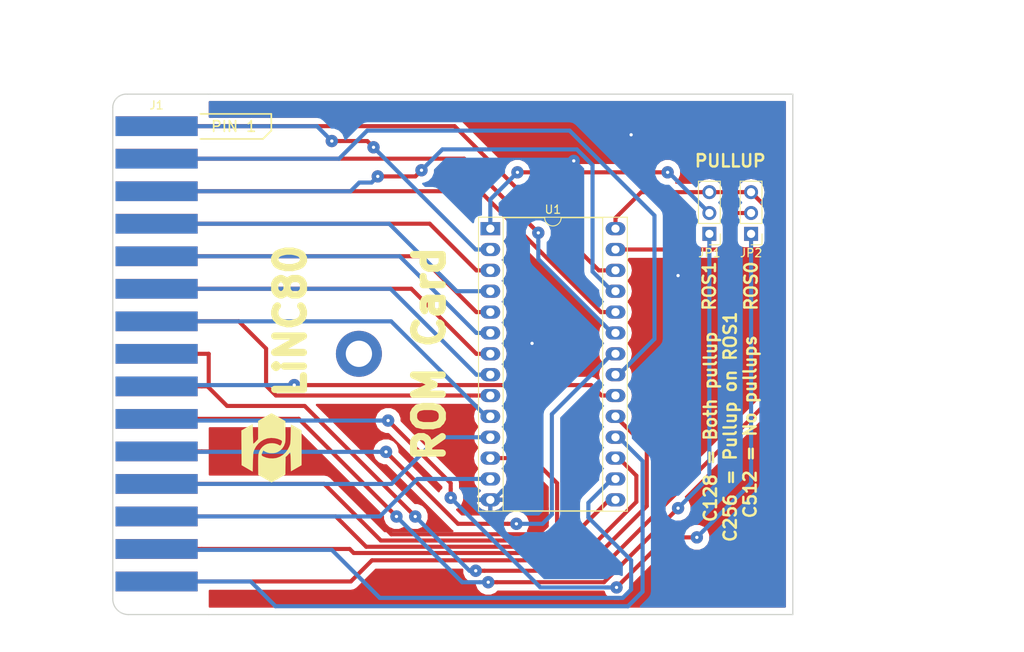
<source format=kicad_pcb>
(kicad_pcb (version 4) (host pcbnew 4.0.7)

  (general
    (links 33)
    (no_connects 0)
    (area 109.720001 46.922 238.45 127.760001)
    (thickness 1.6)
    (drawings 26)
    (tracks 241)
    (zones 0)
    (modules 6)
    (nets 32)
  )

  (page A4)
  (title_block
    (title "LiNC80 ROM Card")
    (date 2018-08-18)
    (rev 3)
    (company LiNC)
  )

  (layers
    (0 F.Cu signal)
    (31 B.Cu signal)
    (32 B.Adhes user)
    (33 F.Adhes user)
    (34 B.Paste user)
    (35 F.Paste user)
    (36 B.SilkS user)
    (37 F.SilkS user)
    (38 B.Mask user)
    (39 F.Mask user)
    (40 Dwgs.User user)
    (41 Cmts.User user)
    (42 Eco1.User user)
    (43 Eco2.User user)
    (44 Edge.Cuts user)
    (45 Margin user)
    (46 B.CrtYd user)
    (47 F.CrtYd user)
    (48 B.Fab user)
    (49 F.Fab user)
  )

  (setup
    (last_trace_width 0.5)
    (trace_clearance 0.2)
    (zone_clearance 0.762)
    (zone_45_only no)
    (trace_min 0.2)
    (segment_width 0.2)
    (edge_width 0.15)
    (via_size 1.5)
    (via_drill 0.4)
    (via_min_size 1.5)
    (via_min_drill 0.3)
    (uvia_size 0.3)
    (uvia_drill 0.1)
    (uvias_allowed no)
    (uvia_min_size 0.2)
    (uvia_min_drill 0.1)
    (pcb_text_width 0.3)
    (pcb_text_size 1.5 1.5)
    (mod_edge_width 0.15)
    (mod_text_size 1 1)
    (mod_text_width 0.15)
    (pad_size 2.4 1.6)
    (pad_drill 1)
    (pad_to_mask_clearance 0.2)
    (aux_axis_origin 123.65 121.25)
    (grid_origin 123.65 121.25)
    (visible_elements 7FFFFFFF)
    (pcbplotparams
      (layerselection 0x010f0_80000001)
      (usegerberextensions false)
      (excludeedgelayer true)
      (linewidth 0.100000)
      (plotframeref false)
      (viasonmask false)
      (mode 1)
      (useauxorigin true)
      (hpglpennumber 1)
      (hpglpenspeed 20)
      (hpglpendiameter 15)
      (hpglpenoverlay 2)
      (psnegative false)
      (psa4output false)
      (plotreference true)
      (plotvalue true)
      (plotinvisibletext false)
      (padsonsilk false)
      (subtractmaskfromsilk false)
      (outputformat 1)
      (mirror false)
      (drillshape 0)
      (scaleselection 1)
      (outputdirectory Gerbers/))
  )

  (net 0 "")
  (net 1 "Net-(J1-Pad16)")
  (net 2 A13)
  (net 3 A11)
  (net 4 A9)
  (net 5 A7)
  (net 6 A5)
  (net 7 A3)
  (net 8 A1)
  (net 9 VCC)
  (net 10 ROS1)
  (net 11 GND)
  (net 12 D1)
  (net 13 D3)
  (net 14 D5)
  (net 15 D7)
  (net 16 A12)
  (net 17 A10)
  (net 18 A8)
  (net 19 A6)
  (net 20 A4)
  (net 21 A2)
  (net 22 A0)
  (net 23 ~CS_ROM)
  (net 24 ROS0)
  (net 25 ~MEMRD)
  (net 26 D0)
  (net 27 D2)
  (net 28 D4)
  (net 29 D6)
  (net 30 "Net-(JP1-Pad2)")
  (net 31 "Net-(JP2-Pad2)")

  (net_class Default "This is the default net class."
    (clearance 0.2)
    (trace_width 0.5)
    (via_dia 1.5)
    (via_drill 0.4)
    (uvia_dia 0.3)
    (uvia_drill 0.1)
    (add_net A0)
    (add_net A1)
    (add_net A10)
    (add_net A11)
    (add_net A12)
    (add_net A13)
    (add_net A2)
    (add_net A3)
    (add_net A4)
    (add_net A5)
    (add_net A6)
    (add_net A7)
    (add_net A8)
    (add_net A9)
    (add_net D0)
    (add_net D1)
    (add_net D2)
    (add_net D3)
    (add_net D4)
    (add_net D5)
    (add_net D6)
    (add_net D7)
    (add_net GND)
    (add_net "Net-(J1-Pad16)")
    (add_net "Net-(JP1-Pad2)")
    (add_net "Net-(JP2-Pad2)")
    (add_net ROS0)
    (add_net ROS1)
    (add_net VCC)
    (add_net ~CS_ROM)
    (add_net ~MEMRD)
  )

  (module Housings_DIP:DIP-28_W15.24mm_Socket_LongPads (layer F.Cu) (tedit 5A36A2C6) (tstamp 5A0C503F)
    (at 169.64 74.26)
    (descr "28-lead though-hole mounted DIP package, row spacing 15.24 mm (600 mils), Socket, LongPads")
    (tags "THT DIP DIL PDIP 2.54mm 15.24mm 600mil Socket LongPads")
    (path /5A0C49EF)
    (fp_text reference U1 (at 7.62 -2.33) (layer F.SilkS)
      (effects (font (size 1 1) (thickness 0.15)))
    )
    (fp_text value 27C512 (at 7.62 35.35) (layer F.Fab)
      (effects (font (size 1 1) (thickness 0.15)))
    )
    (fp_arc (start 7.62 -1.33) (end 6.62 -1.33) (angle -180) (layer F.SilkS) (width 0.12))
    (fp_line (start 1.255 -1.27) (end 14.985 -1.27) (layer F.Fab) (width 0.1))
    (fp_line (start 14.985 -1.27) (end 14.985 34.29) (layer F.Fab) (width 0.1))
    (fp_line (start 14.985 34.29) (end 0.255 34.29) (layer F.Fab) (width 0.1))
    (fp_line (start 0.255 34.29) (end 0.255 -0.27) (layer F.Fab) (width 0.1))
    (fp_line (start 0.255 -0.27) (end 1.255 -1.27) (layer F.Fab) (width 0.1))
    (fp_line (start -1.27 -1.33) (end -1.27 34.35) (layer F.Fab) (width 0.1))
    (fp_line (start -1.27 34.35) (end 16.51 34.35) (layer F.Fab) (width 0.1))
    (fp_line (start 16.51 34.35) (end 16.51 -1.33) (layer F.Fab) (width 0.1))
    (fp_line (start 16.51 -1.33) (end -1.27 -1.33) (layer F.Fab) (width 0.1))
    (fp_line (start 6.62 -1.33) (end 1.56 -1.33) (layer F.SilkS) (width 0.12))
    (fp_line (start 1.56 -1.33) (end 1.56 34.35) (layer F.SilkS) (width 0.12))
    (fp_line (start 1.56 34.35) (end 13.68 34.35) (layer F.SilkS) (width 0.12))
    (fp_line (start 13.68 34.35) (end 13.68 -1.33) (layer F.SilkS) (width 0.12))
    (fp_line (start 13.68 -1.33) (end 8.62 -1.33) (layer F.SilkS) (width 0.12))
    (fp_line (start -1.44 -1.39) (end -1.44 34.41) (layer F.SilkS) (width 0.12))
    (fp_line (start -1.44 34.41) (end 16.68 34.41) (layer F.SilkS) (width 0.12))
    (fp_line (start 16.68 34.41) (end 16.68 -1.39) (layer F.SilkS) (width 0.12))
    (fp_line (start 16.68 -1.39) (end -1.44 -1.39) (layer F.SilkS) (width 0.12))
    (fp_line (start -1.55 -1.6) (end -1.55 34.65) (layer F.CrtYd) (width 0.05))
    (fp_line (start -1.55 34.65) (end 16.8 34.65) (layer F.CrtYd) (width 0.05))
    (fp_line (start 16.8 34.65) (end 16.8 -1.6) (layer F.CrtYd) (width 0.05))
    (fp_line (start 16.8 -1.6) (end -1.55 -1.6) (layer F.CrtYd) (width 0.05))
    (fp_text user %R (at 7.62 16.51) (layer F.Fab)
      (effects (font (size 1 1) (thickness 0.15)))
    )
    (pad 1 thru_hole rect (at 0 0) (size 2.4 1.6) (drill 1) (layers *.Cu *.Mask)
      (net 30 "Net-(JP1-Pad2)"))
    (pad 15 thru_hole oval (at 15.24 33.02) (size 2.4 1.6) (drill 1) (layers *.Cu *.Mask)
      (net 13 D3))
    (pad 2 thru_hole oval (at 0 2.54) (size 2.4 1.6) (drill 1) (layers *.Cu *.Mask)
      (net 16 A12))
    (pad 16 thru_hole oval (at 15.24 30.48) (size 2.4 1.6) (drill 1) (layers *.Cu *.Mask)
      (net 28 D4))
    (pad 3 thru_hole oval (at 0 5.08) (size 2.4 1.6) (drill 1) (layers *.Cu *.Mask)
      (net 5 A7))
    (pad 17 thru_hole oval (at 15.24 27.94) (size 2.4 1.6) (drill 1) (layers *.Cu *.Mask)
      (net 14 D5))
    (pad 4 thru_hole oval (at 0 7.62) (size 2.4 1.6) (drill 1) (layers *.Cu *.Mask)
      (net 19 A6))
    (pad 18 thru_hole oval (at 15.24 25.4) (size 2.4 1.6) (drill 1) (layers *.Cu *.Mask)
      (net 29 D6))
    (pad 5 thru_hole oval (at 0 10.16) (size 2.4 1.6) (drill 1) (layers *.Cu *.Mask)
      (net 6 A5))
    (pad 19 thru_hole oval (at 15.24 22.86) (size 2.4 1.6) (drill 1) (layers *.Cu *.Mask)
      (net 15 D7))
    (pad 6 thru_hole oval (at 0 12.7) (size 2.4 1.6) (drill 1) (layers *.Cu *.Mask)
      (net 20 A4))
    (pad 20 thru_hole oval (at 15.24 20.32) (size 2.4 1.6) (drill 1) (layers *.Cu *.Mask)
      (net 23 ~CS_ROM))
    (pad 7 thru_hole oval (at 0 15.24) (size 2.4 1.6) (drill 1) (layers *.Cu *.Mask)
      (net 7 A3))
    (pad 21 thru_hole oval (at 15.24 17.78) (size 2.4 1.6) (drill 1) (layers *.Cu *.Mask)
      (net 17 A10))
    (pad 8 thru_hole oval (at 0 17.78) (size 2.4 1.6) (drill 1) (layers *.Cu *.Mask)
      (net 21 A2))
    (pad 22 thru_hole oval (at 15.24 15.24) (size 2.4 1.6) (drill 1) (layers *.Cu *.Mask)
      (net 25 ~MEMRD))
    (pad 9 thru_hole oval (at 0 20.32) (size 2.4 1.6) (drill 1) (layers *.Cu *.Mask)
      (net 8 A1))
    (pad 23 thru_hole oval (at 15.24 12.7) (size 2.4 1.6) (drill 1) (layers *.Cu *.Mask)
      (net 3 A11))
    (pad 10 thru_hole oval (at 0 22.86) (size 2.4 1.6) (drill 1) (layers *.Cu *.Mask)
      (net 22 A0))
    (pad 24 thru_hole oval (at 15.24 10.16) (size 2.4 1.6) (drill 1) (layers *.Cu *.Mask)
      (net 4 A9))
    (pad 11 thru_hole oval (at 0 25.4) (size 2.4 1.6) (drill 1) (layers *.Cu *.Mask)
      (net 26 D0))
    (pad 25 thru_hole oval (at 15.24 7.62) (size 2.4 1.6) (drill 1) (layers *.Cu *.Mask)
      (net 18 A8))
    (pad 12 thru_hole oval (at 0 27.94) (size 2.4 1.6) (drill 1) (layers *.Cu *.Mask)
      (net 12 D1))
    (pad 26 thru_hole oval (at 15.24 5.08) (size 2.4 1.6) (drill 1) (layers *.Cu *.Mask)
      (net 2 A13))
    (pad 13 thru_hole oval (at 0 30.48) (size 2.4 1.6) (drill 1) (layers *.Cu *.Mask)
      (net 27 D2))
    (pad 27 thru_hole oval (at 15.24 2.54) (size 2.4 1.6) (drill 1) (layers *.Cu *.Mask)
      (net 31 "Net-(JP2-Pad2)"))
    (pad 14 thru_hole oval (at 0 33.02) (size 2.4 1.6) (drill 1) (layers *.Cu *.Mask)
      (net 11 GND))
    (pad 28 thru_hole oval (at 15.24 0) (size 2.4 1.6) (drill 1) (layers *.Cu *.Mask)
      (net 9 VCC))
    (model ${KISYS3DMOD}/Housings_DIP.3dshapes/DIP-28_W15.24mm_Socket.wrl
      (at (xyz 0 0 0))
      (scale (xyz 1 1 1))
      (rotate (xyz 0 0 0))
    )
  )

  (module L_CardEdge-30pin-3:CardEdge-30pin-3.96p_OddEven (layer F.Cu) (tedit 5B5492FB) (tstamp 5A0C472F)
    (at 133.14 89.502)
    (path /5A0C44DB)
    (fp_text reference J1 (at -4.14 -30.27) (layer F.SilkS)
      (effects (font (size 1 1) (thickness 0.15)))
    )
    (fp_text value Conn_02x15_Odd_Even (at -10.25 0 90) (layer F.Fab)
      (effects (font (size 1 1) (thickness 0.15)))
    )
    (fp_text user "PIN 1" (at 5.258 -27.688) (layer F.SilkS)
      (effects (font (size 1.3 1.3) (thickness 0.2)))
    )
    (fp_text user 1 (at 0.305 -30.482) (layer F.SilkS) hide
      (effects (font (size 1 1) (thickness 0.15)))
    )
    (fp_arc (start -7.5 29.75) (end -7.5 31.75) (angle 90) (layer F.Fab) (width 0.15))
    (fp_arc (start -7.5 -29.75) (end -9.5 -29.75) (angle 89.9) (layer F.Fab) (width 0.15))
    (fp_line (start -7.5 31.75) (end 1.5 31.75) (layer F.Fab) (width 0.15))
    (fp_line (start -9.5 0) (end -9.5 29.75) (layer F.Fab) (width 0.15))
    (fp_line (start -7.5 -31.75) (end 1.5 -31.75) (layer F.Fab) (width 0.15))
    (fp_line (start -9.5 0) (end -9.5 -29.75) (layer F.Fab) (width 0.15))
    (pad 1 smd rect (at -4.14 -27.722) (size 10 2.4) (layers F.Cu F.Paste F.Mask)
      (net 2 A13))
    (pad 3 smd rect (at -4.14 -23.762) (size 10 2.4) (layers F.Cu F.Paste F.Mask)
      (net 3 A11))
    (pad 5 smd rect (at -4.14 -19.802) (size 10 2.4) (layers F.Cu F.Paste F.Mask)
      (net 4 A9))
    (pad 7 smd rect (at -4.14 -15.842) (size 10 2.4) (layers F.Cu F.Paste F.Mask)
      (net 5 A7))
    (pad 9 smd rect (at -4.14 -11.882) (size 10 2.4) (layers F.Cu F.Paste F.Mask)
      (net 6 A5))
    (pad 11 smd rect (at -4.14 -7.922) (size 10 2.4) (layers F.Cu F.Paste F.Mask)
      (net 7 A3))
    (pad 13 smd rect (at -4.14 -3.962) (size 10 2.4) (layers F.Cu F.Paste F.Mask)
      (net 8 A1))
    (pad 15 smd rect (at -4.14 -0.002) (size 10 2.4) (layers F.Cu F.Paste F.Mask)
      (net 9 VCC))
    (pad 17 smd rect (at -4.14 3.958) (size 10 2.4) (layers F.Cu F.Paste F.Mask)
      (net 9 VCC))
    (pad 19 smd rect (at -4.14 7.918) (size 10 2.4) (layers F.Cu F.Paste F.Mask)
      (net 10 ROS1))
    (pad 21 smd rect (at -4.14 11.878) (size 10 2.4) (layers F.Cu F.Paste F.Mask)
      (net 11 GND))
    (pad 23 smd rect (at -4.14 15.838) (size 10 2.4) (layers F.Cu F.Paste F.Mask)
      (net 12 D1))
    (pad 25 smd rect (at -4.14 19.798) (size 10 2.4) (layers F.Cu F.Paste F.Mask)
      (net 13 D3))
    (pad 27 smd rect (at -4.14 23.758) (size 10 2.4) (layers F.Cu F.Paste F.Mask)
      (net 14 D5))
    (pad 29 smd rect (at -4.14 27.718) (size 10 2.4) (layers F.Cu F.Paste F.Mask)
      (net 15 D7))
    (pad 2 smd rect (at -4.138762 -27.716658 180) (size 10 2.4) (layers B.Cu B.Paste B.Mask)
      (net 16 A12))
    (pad 4 smd rect (at -4.138762 -23.756658 180) (size 10 2.4) (layers B.Cu B.Paste B.Mask)
      (net 17 A10))
    (pad 6 smd rect (at -4.138762 -19.796658 180) (size 10 2.4) (layers B.Cu B.Paste B.Mask)
      (net 18 A8))
    (pad 8 smd rect (at -4.138762 -15.836658 180) (size 10 2.4) (layers B.Cu B.Paste B.Mask)
      (net 19 A6))
    (pad 10 smd rect (at -4.138762 -11.876658 180) (size 10 2.4) (layers B.Cu B.Paste B.Mask)
      (net 20 A4))
    (pad 12 smd rect (at -4.138762 -7.916658 180) (size 10 2.4) (layers B.Cu B.Paste B.Mask)
      (net 21 A2))
    (pad 14 smd rect (at -4.138762 -3.956658 180) (size 10 2.4) (layers B.Cu B.Paste B.Mask)
      (net 22 A0))
    (pad 16 smd rect (at -4.138762 0.003342 180) (size 10 2.4) (layers B.Cu B.Paste B.Mask)
      (net 1 "Net-(J1-Pad16)"))
    (pad 18 smd rect (at -4.138762 3.963342 180) (size 10 2.4) (layers B.Cu B.Paste B.Mask)
      (net 23 ~CS_ROM))
    (pad 20 smd rect (at -4.138762 7.923342 180) (size 10 2.4) (layers B.Cu B.Paste B.Mask)
      (net 24 ROS0))
    (pad 22 smd rect (at -4.138762 11.883342 180) (size 10 2.4) (layers B.Cu B.Paste B.Mask)
      (net 25 ~MEMRD))
    (pad 24 smd rect (at -4.138762 15.843342 180) (size 10 2.4) (layers B.Cu B.Paste B.Mask)
      (net 26 D0))
    (pad 26 smd rect (at -4.138762 19.803342 180) (size 10 2.4) (layers B.Cu B.Paste B.Mask)
      (net 27 D2))
    (pad 28 smd rect (at -4.138762 23.763342 180) (size 10 2.4) (layers B.Cu B.Paste B.Mask)
      (net 28 D4))
    (pad 30 smd rect (at -4.138762 27.723342 180) (size 10 2.4) (layers B.Cu B.Paste B.Mask)
      (net 29 D6))
  )

  (module Pin_Headers:Pin_Header_Straight_1x03_Pitch2.54mm (layer F.Cu) (tedit 59650532) (tstamp 5A0C57C6)
    (at 196.31 74.895 180)
    (descr "Through hole straight pin header, 1x03, 2.54mm pitch, single row")
    (tags "Through hole pin header THT 1x03 2.54mm single row")
    (path /5A0C5800)
    (fp_text reference JP1 (at 0 -2.33 180) (layer F.SilkS)
      (effects (font (size 1 1) (thickness 0.15)))
    )
    (fp_text value Jumper_NC_Dual (at 0 7.41 180) (layer F.Fab)
      (effects (font (size 1 1) (thickness 0.15)))
    )
    (fp_line (start -0.635 -1.27) (end 1.27 -1.27) (layer F.Fab) (width 0.1))
    (fp_line (start 1.27 -1.27) (end 1.27 6.35) (layer F.Fab) (width 0.1))
    (fp_line (start 1.27 6.35) (end -1.27 6.35) (layer F.Fab) (width 0.1))
    (fp_line (start -1.27 6.35) (end -1.27 -0.635) (layer F.Fab) (width 0.1))
    (fp_line (start -1.27 -0.635) (end -0.635 -1.27) (layer F.Fab) (width 0.1))
    (fp_line (start -1.33 6.41) (end 1.33 6.41) (layer F.SilkS) (width 0.12))
    (fp_line (start -1.33 1.27) (end -1.33 6.41) (layer F.SilkS) (width 0.12))
    (fp_line (start 1.33 1.27) (end 1.33 6.41) (layer F.SilkS) (width 0.12))
    (fp_line (start -1.33 1.27) (end 1.33 1.27) (layer F.SilkS) (width 0.12))
    (fp_line (start -1.33 0) (end -1.33 -1.33) (layer F.SilkS) (width 0.12))
    (fp_line (start -1.33 -1.33) (end 0 -1.33) (layer F.SilkS) (width 0.12))
    (fp_line (start -1.8 -1.8) (end -1.8 6.85) (layer F.CrtYd) (width 0.05))
    (fp_line (start -1.8 6.85) (end 1.8 6.85) (layer F.CrtYd) (width 0.05))
    (fp_line (start 1.8 6.85) (end 1.8 -1.8) (layer F.CrtYd) (width 0.05))
    (fp_line (start 1.8 -1.8) (end -1.8 -1.8) (layer F.CrtYd) (width 0.05))
    (fp_text user %R (at 0 2.54 270) (layer F.Fab)
      (effects (font (size 1 1) (thickness 0.15)))
    )
    (pad 1 thru_hole rect (at 0 0 180) (size 1.7 1.7) (drill 1) (layers *.Cu *.Mask)
      (net 10 ROS1))
    (pad 2 thru_hole oval (at 0 2.54 180) (size 1.7 1.7) (drill 1) (layers *.Cu *.Mask)
      (net 30 "Net-(JP1-Pad2)"))
    (pad 3 thru_hole oval (at 0 5.08 180) (size 1.7 1.7) (drill 1) (layers *.Cu *.Mask)
      (net 9 VCC))
    (model ${KISYS3DMOD}/Pin_Headers.3dshapes/Pin_Header_Straight_1x03_Pitch2.54mm.wrl
      (at (xyz 0 0 0))
      (scale (xyz 1 1 1))
      (rotate (xyz 0 0 0))
    )
  )

  (module Pin_Headers:Pin_Header_Straight_1x03_Pitch2.54mm (layer F.Cu) (tedit 59650532) (tstamp 5A0C57CD)
    (at 201.39 74.895 180)
    (descr "Through hole straight pin header, 1x03, 2.54mm pitch, single row")
    (tags "Through hole pin header THT 1x03 2.54mm single row")
    (path /5A0C5777)
    (fp_text reference JP2 (at 0 -2.33 180) (layer F.SilkS)
      (effects (font (size 1 1) (thickness 0.15)))
    )
    (fp_text value Jumper_NC_Dual (at 0 7.41 180) (layer F.Fab)
      (effects (font (size 1 1) (thickness 0.15)))
    )
    (fp_line (start -0.635 -1.27) (end 1.27 -1.27) (layer F.Fab) (width 0.1))
    (fp_line (start 1.27 -1.27) (end 1.27 6.35) (layer F.Fab) (width 0.1))
    (fp_line (start 1.27 6.35) (end -1.27 6.35) (layer F.Fab) (width 0.1))
    (fp_line (start -1.27 6.35) (end -1.27 -0.635) (layer F.Fab) (width 0.1))
    (fp_line (start -1.27 -0.635) (end -0.635 -1.27) (layer F.Fab) (width 0.1))
    (fp_line (start -1.33 6.41) (end 1.33 6.41) (layer F.SilkS) (width 0.12))
    (fp_line (start -1.33 1.27) (end -1.33 6.41) (layer F.SilkS) (width 0.12))
    (fp_line (start 1.33 1.27) (end 1.33 6.41) (layer F.SilkS) (width 0.12))
    (fp_line (start -1.33 1.27) (end 1.33 1.27) (layer F.SilkS) (width 0.12))
    (fp_line (start -1.33 0) (end -1.33 -1.33) (layer F.SilkS) (width 0.12))
    (fp_line (start -1.33 -1.33) (end 0 -1.33) (layer F.SilkS) (width 0.12))
    (fp_line (start -1.8 -1.8) (end -1.8 6.85) (layer F.CrtYd) (width 0.05))
    (fp_line (start -1.8 6.85) (end 1.8 6.85) (layer F.CrtYd) (width 0.05))
    (fp_line (start 1.8 6.85) (end 1.8 -1.8) (layer F.CrtYd) (width 0.05))
    (fp_line (start 1.8 -1.8) (end -1.8 -1.8) (layer F.CrtYd) (width 0.05))
    (fp_text user %R (at 0 2.54 270) (layer F.Fab)
      (effects (font (size 1 1) (thickness 0.15)))
    )
    (pad 1 thru_hole rect (at 0 0 180) (size 1.7 1.7) (drill 1) (layers *.Cu *.Mask)
      (net 24 ROS0))
    (pad 2 thru_hole oval (at 0 2.54 180) (size 1.7 1.7) (drill 1) (layers *.Cu *.Mask)
      (net 31 "Net-(JP2-Pad2)"))
    (pad 3 thru_hole oval (at 0 5.08 180) (size 1.7 1.7) (drill 1) (layers *.Cu *.Mask)
      (net 9 VCC))
    (model ${KISYS3DMOD}/Pin_Headers.3dshapes/Pin_Header_Straight_1x03_Pitch2.54mm.wrl
      (at (xyz 0 0 0))
      (scale (xyz 1 1 1))
      (rotate (xyz 0 0 0))
    )
  )

  (module Mounting_Holes:MountingHole_3.2mm_M3_DIN965_Pad (layer F.Cu) (tedit 5A36B2B2) (tstamp 5A0D553B)
    (at 153.638 89.5)
    (descr "Mounting Hole 3.2mm, M3, DIN965")
    (tags "mounting hole 3.2mm m3 din965")
    (attr virtual)
    (fp_text reference REF** (at 0 -3.8) (layer F.SilkS) hide
      (effects (font (size 1 1) (thickness 0.15)))
    )
    (fp_text value MountingHole_3.2mm_M3_DIN965_Pad (at 0 3.8) (layer F.Fab)
      (effects (font (size 1 1) (thickness 0.15)))
    )
    (fp_text user %R (at 0.3 0) (layer F.Fab)
      (effects (font (size 1 1) (thickness 0.15)))
    )
    (fp_circle (center 0 0) (end 2.8 0) (layer Cmts.User) (width 0.15))
    (fp_circle (center 0 0) (end 3.05 0) (layer F.CrtYd) (width 0.05))
    (pad 1 thru_hole circle (at 0 0) (size 5.6 5.6) (drill 3.2) (layers *.Cu *.Mask))
  )

  (module L_Edge_connectors:LiNC_Logo (layer F.Cu) (tedit 0) (tstamp 5B22D2C3)
    (at 142.97 100.93 90)
    (fp_text reference G*** (at 0 0 90) (layer F.SilkS) hide
      (effects (font (thickness 0.3)))
    )
    (fp_text value LOGO (at 0.75 0 90) (layer F.SilkS) hide
      (effects (font (thickness 0.3)))
    )
    (fp_poly (pts (xy 2.4765 -2.976178) (xy 2.599157 -2.761793) (xy 2.706873 -2.572711) (xy 2.792694 -2.421207)
      (xy 2.849663 -2.319555) (xy 2.870609 -2.28063) (xy 2.833551 -2.272159) (xy 2.722384 -2.26361)
      (xy 2.547667 -2.255386) (xy 2.319957 -2.247887) (xy 2.04981 -2.241515) (xy 1.747783 -2.236672)
      (xy 1.699321 -2.23609) (xy 1.390711 -2.231549) (xy 1.109983 -2.225505) (xy 0.868209 -2.21835)
      (xy 0.67646 -2.210476) (xy 0.545807 -2.202275) (xy 0.487321 -2.194138) (xy 0.485604 -2.193115)
      (xy 0.501352 -2.153357) (xy 0.567664 -2.070543) (xy 0.6726 -1.958728) (xy 0.746378 -1.886198)
      (xy 1.036471 -1.608666) (xy 2.145004 -1.608667) (xy 3.253536 -1.608667) (xy 3.400989 -1.36525)
      (xy 3.475717 -1.239596) (xy 3.580096 -1.06099) (xy 3.702089 -0.850172) (xy 3.829661 -0.627884)
      (xy 3.873786 -0.550535) (xy 4.199129 0.020762) (xy 4.070989 0.253798) (xy 4.005104 0.371771)
      (xy 3.907525 0.544144) (xy 3.788992 0.752049) (xy 3.660246 0.976623) (xy 3.588825 1.100667)
      (xy 3.234802 1.7145) (xy 2.033799 1.725755) (xy 1.659318 1.728405) (xy 1.358593 1.728308)
      (xy 1.120746 1.725057) (xy 0.934897 1.718245) (xy 0.790168 1.707466) (xy 0.675681 1.692313)
      (xy 0.580557 1.672379) (xy 0.576192 1.67127) (xy 0.219815 1.538334) (xy -0.089565 1.336382)
      (xy -0.345926 1.070287) (xy -0.526832 0.778998) (xy -0.594813 0.623606) (xy -0.636696 0.472892)
      (xy -0.660401 0.292342) (xy -0.668981 0.159565) (xy -0.664637 -0.167013) (xy -0.61141 -0.4462)
      (xy -0.503268 -0.703629) (xy -0.440783 -0.810222) (xy -0.335943 -0.976299) (xy -0.559555 -1.080403)
      (xy -0.736855 -1.155245) (xy -0.8608 -1.18181) (xy -0.94986 -1.156648) (xy -1.02251 -1.076305)
      (xy -1.074066 -0.98425) (xy -1.218612 -0.612345) (xy -1.299327 -0.206533) (xy -1.313611 0.208617)
      (xy -1.258863 0.608539) (xy -1.247513 0.654408) (xy -1.102451 1.047507) (xy -0.885044 1.40534)
      (xy -0.60307 1.719995) (xy -0.26431 1.983559) (xy 0.123455 2.188119) (xy 0.338667 2.267524)
      (xy 0.426543 2.291187) (xy 0.532882 2.31014) (xy 0.668837 2.325139) (xy 0.84556 2.336941)
      (xy 1.074204 2.346302) (xy 1.36592 2.35398) (xy 1.706082 2.360314) (xy 2.005257 2.366214)
      (xy 2.273932 2.373464) (xy 2.501325 2.381614) (xy 2.676651 2.390214) (xy 2.789129 2.398813)
      (xy 2.827973 2.406963) (xy 2.827916 2.407139) (xy 2.803727 2.451612) (xy 2.744766 2.556953)
      (xy 2.658186 2.71047) (xy 2.551139 2.899475) (xy 2.460395 3.059221) (xy 2.105623 3.683)
      (xy -0.016105 3.681845) (xy -2.137833 3.680689) (xy -2.506125 3.036261) (xy -2.874417 2.391834)
      (xy -1.786458 2.368051) (xy -1.488127 2.360337) (xy -1.21534 2.35102) (xy -0.980294 2.340698)
      (xy -0.795186 2.329969) (xy -0.672211 2.319431) (xy -0.625715 2.311103) (xy -0.595453 2.284806)
      (xy -0.612303 2.243721) (xy -0.684975 2.174959) (xy -0.757222 2.116454) (xy -0.883836 2.009532)
      (xy -0.994698 1.904273) (xy -1.047186 1.846056) (xy -1.132858 1.737142) (xy -2.1993 1.725821)
      (xy -3.265741 1.7145) (xy -3.509984 1.291167) (xy -3.642379 1.061791) (xy -3.792375 0.802075)
      (xy -3.935891 0.553709) (xy -3.996223 0.449354) (xy -4.238218 0.030875) (xy -3.773619 -0.778312)
      (xy -3.309018 -1.5875) (xy -2.194259 -1.599456) (xy -1.819514 -1.601353) (xy -1.483622 -1.59885)
      (xy -1.197506 -1.592219) (xy -0.972086 -1.581733) (xy -0.818284 -1.567664) (xy -0.798163 -1.564625)
      (xy -0.463073 -1.467518) (xy -0.155181 -1.298304) (xy 0.112074 -1.068418) (xy 0.325252 -0.789294)
      (xy 0.465171 -0.489739) (xy 0.53188 -0.192093) (xy 0.545629 0.127531) (xy 0.509026 0.444713)
      (xy 0.424675 0.735036) (xy 0.31136 0.951336) (xy 0.263919 1.040746) (xy 0.273183 1.107558)
      (xy 0.348053 1.167693) (xy 0.462931 1.222454) (xy 0.633432 1.288554) (xy 0.750517 1.308005)
      (xy 0.834499 1.275779) (xy 0.905691 1.186848) (xy 0.952139 1.101378) (xy 1.087195 0.752996)
      (xy 1.166269 0.365622) (xy 1.186584 -0.033873) (xy 1.145361 -0.41862) (xy 1.120513 -0.527407)
      (xy 0.975146 -0.921598) (xy 0.757229 -1.281334) (xy 0.474647 -1.598604) (xy 0.135281 -1.865396)
      (xy -0.252986 -2.073697) (xy -0.486833 -2.161169) (xy -0.595951 -2.181705) (xy -0.786847 -2.200115)
      (xy -1.056657 -2.216226) (xy -1.402513 -2.229862) (xy -1.787121 -2.240111) (xy -2.918074 -2.264833)
      (xy -2.526133 -2.942166) (xy -2.134191 -3.6195) (xy -0.019346 -3.630138) (xy 2.0955 -3.640776)
      (xy 2.4765 -2.976178)) (layer F.SilkS) (width 0.01))
  )

  (gr_text "3.2mm Ø" (at 153.65 101.25) (layer Eco2.User)
    (effects (font (size 1.5 1.5) (thickness 0.3)))
  )
  (gr_line (start 153.765 90.135) (end 156.432 99.279) (layer Eco2.User) (width 0.2))
  (gr_line (start 155.035 90.897) (end 153.638 90.135) (layer Eco2.User) (width 0.2))
  (gr_line (start 153.13 91.532) (end 155.035 90.897) (layer Eco2.User) (width 0.2))
  (gr_line (start 153.638 90.262) (end 153.13 91.532) (layer Eco2.User) (width 0.2))
  (gr_line (start 142.97 60.29) (end 134.334 60.29) (layer F.SilkS) (width 0.2))
  (gr_line (start 142.97 62.322) (end 142.97 60.29) (layer F.SilkS) (width 0.2))
  (gr_line (start 141.954 63.338) (end 142.97 62.322) (layer F.SilkS) (width 0.2))
  (gr_line (start 134.334 63.338) (end 141.954 63.338) (layer F.SilkS) (width 0.2))
  (dimension 29.972 (width 0.3) (layer Eco2.User)
    (gr_text "29,972 mm" (at 138.652 48.272) (layer Eco2.User)
      (effects (font (size 1.5 1.5) (thickness 0.3)))
    )
    (feature1 (pts (xy 123.666 89.5) (xy 123.666 46.922)))
    (feature2 (pts (xy 153.638 89.5) (xy 153.638 46.922)))
    (crossbar (pts (xy 153.638 49.622) (xy 123.666 49.622)))
    (arrow1a (pts (xy 123.666 49.622) (xy 124.792504 49.035579)))
    (arrow1b (pts (xy 123.666 49.622) (xy 124.792504 50.208421)))
    (arrow2a (pts (xy 153.638 49.622) (xy 152.511496 49.035579)))
    (arrow2b (pts (xy 153.638 49.622) (xy 152.511496 50.208421)))
  )
  (dimension 31.75 (width 0.3) (layer Eco2.User)
    (gr_text "31,750 mm" (at 116.22 73.625 90) (layer Eco2.User)
      (effects (font (size 1.5 1.5) (thickness 0.3)))
    )
    (feature1 (pts (xy 122.65 57.75) (xy 114.87 57.75)))
    (feature2 (pts (xy 122.65 89.5) (xy 114.87 89.5)))
    (crossbar (pts (xy 117.57 89.5) (xy 117.57 57.75)))
    (arrow1a (pts (xy 117.57 57.75) (xy 118.156421 58.876504)))
    (arrow1b (pts (xy 117.57 57.75) (xy 116.983579 58.876504)))
    (arrow2a (pts (xy 117.57 89.5) (xy 118.156421 88.373496)))
    (arrow2b (pts (xy 117.57 89.5) (xy 116.983579 88.373496)))
  )
  (gr_text "   LiNC80\n\n\nROM Card" (at 153.765 89.5 90) (layer F.SilkS)
    (effects (font (size 3.5 3.5) (thickness 0.875)))
  )
  (gr_text "C128 = Both pullup\nC256 = Pullup on ROS1\nC512 = No pullups" (at 198.85 98.39 90) (layer F.SilkS)
    (effects (font (size 1.5 1.5) (thickness 0.3)))
  )
  (gr_text PULLUP (at 198.85 66.005) (layer F.SilkS)
    (effects (font (size 1.5 1.5) (thickness 0.3)))
  )
  (gr_text ROS1 (at 196.31 81.245 90) (layer F.SilkS) (tstamp 5A0CC22F)
    (effects (font (size 1.5 1.5) (thickness 0.3)))
  )
  (gr_text ROS0 (at 201.39 81.245 90) (layer F.SilkS)
    (effects (font (size 1.5 1.5) (thickness 0.3)))
  )
  (dimension 83.185 (width 0.3) (layer Eco2.User)
    (gr_text "83,185 mm" (at 164.8775 126.41) (layer Eco2.User)
      (effects (font (size 1.5 1.5) (thickness 0.3)))
    )
    (feature1 (pts (xy 123.285 121.25) (xy 123.285 127.76)))
    (feature2 (pts (xy 206.47 121.25) (xy 206.47 127.76)))
    (crossbar (pts (xy 206.47 125.06) (xy 123.285 125.06)))
    (arrow1a (pts (xy 123.285 125.06) (xy 124.411504 124.473579)))
    (arrow1b (pts (xy 123.285 125.06) (xy 124.411504 125.646421)))
    (arrow2a (pts (xy 206.47 125.06) (xy 205.343496 124.473579)))
    (arrow2b (pts (xy 206.47 125.06) (xy 205.343496 125.646421)))
  )
  (dimension 63.5 (width 0.3) (layer Eco2.User)
    (gr_text "63,500 mm" (at 231.95 89.5 90) (layer Eco2.User)
      (effects (font (size 1.5 1.5) (thickness 0.3)))
    )
    (feature1 (pts (xy 206.47 57.75) (xy 233.3 57.75)))
    (feature2 (pts (xy 206.47 121.25) (xy 233.3 121.25)))
    (crossbar (pts (xy 230.6 121.25) (xy 230.6 57.75)))
    (arrow1a (pts (xy 230.6 57.75) (xy 231.186421 58.876504)))
    (arrow1b (pts (xy 230.6 57.75) (xy 230.013579 58.876504)))
    (arrow2a (pts (xy 230.6 121.25) (xy 231.186421 120.123496)))
    (arrow2b (pts (xy 230.6 121.25) (xy 230.013579 120.123496)))
  )
  (gr_line (start 206.47 121.25) (end 206.47 57.877) (layer Edge.Cuts) (width 0.15))
  (gr_line (start 135.35 121.25) (end 206.47 121.25) (layer Edge.Cuts) (width 0.15))
  (gr_line (start 135.35 57.877) (end 206.47 57.877) (layer Edge.Cuts) (width 0.15))
  (gr_line (start 125.571 121.25) (end 135.35 121.25) (layer Edge.Cuts) (width 0.15))
  (gr_arc (start 125.571 119.345) (end 125.571 121.25) (angle 90) (layer Edge.Cuts) (width 0.15))
  (gr_line (start 123.666 59.528) (end 123.666 119.345) (layer Edge.Cuts) (width 0.15))
  (gr_line (start 125.444 57.877) (end 135.35 57.877) (layer Edge.Cuts) (width 0.15))
  (gr_arc (start 125.317 59.528) (end 123.666 59.528) (angle 94.39870535) (layer Edge.Cuts) (width 0.15))

  (segment (start 129 61.78) (end 165.289996 61.78) (width 0.5) (layer F.Cu) (net 2))
  (segment (start 165.289996 61.78) (end 182.849996 79.34) (width 0.5) (layer F.Cu) (net 2))
  (segment (start 182.849996 79.34) (end 183.18 79.34) (width 0.5) (layer F.Cu) (net 2))
  (segment (start 183.18 79.34) (end 184.88 79.34) (width 0.5) (layer F.Cu) (net 2))
  (segment (start 184.88 86.96) (end 184.48 86.96) (width 0.5) (layer B.Cu) (net 3))
  (segment (start 166.454 65.74) (end 174.732001 74.018001) (width 0.5) (layer F.Cu) (net 3))
  (segment (start 174.732001 74.018001) (end 175.482 74.768) (width 0.5) (layer F.Cu) (net 3))
  (segment (start 129 65.74) (end 166.454 65.74) (width 0.5) (layer F.Cu) (net 3))
  (segment (start 175.482 75.82866) (end 175.482 74.768) (width 0.5) (layer B.Cu) (net 3))
  (segment (start 175.482 77.962) (end 175.482 75.82866) (width 0.5) (layer B.Cu) (net 3))
  (segment (start 184.48 86.96) (end 175.482 77.962) (width 0.5) (layer B.Cu) (net 3))
  (via (at 175.482 74.768) (size 1.5) (drill 0.4) (layers F.Cu B.Cu) (net 3))
  (segment (start 129 69.7) (end 168.382 69.7) (width 0.5) (layer F.Cu) (net 4))
  (segment (start 168.382 69.7) (end 183.102 84.42) (width 0.5) (layer F.Cu) (net 4))
  (segment (start 183.102 84.42) (end 183.18 84.42) (width 0.5) (layer F.Cu) (net 4))
  (segment (start 183.18 84.42) (end 184.88 84.42) (width 0.5) (layer F.Cu) (net 4))
  (segment (start 169.64 79.34) (end 167.94 79.34) (width 0.5) (layer F.Cu) (net 5))
  (segment (start 162.26 73.66) (end 167.94 79.34) (width 0.5) (layer F.Cu) (net 5))
  (segment (start 129 73.66) (end 162.26 73.66) (width 0.5) (layer F.Cu) (net 5))
  (segment (start 161.14 77.62) (end 167.94 84.42) (width 0.5) (layer F.Cu) (net 6))
  (segment (start 129 77.62) (end 161.14 77.62) (width 0.5) (layer F.Cu) (net 6))
  (segment (start 169.64 84.42) (end 167.94 84.42) (width 0.5) (layer F.Cu) (net 6))
  (segment (start 160.02 81.58) (end 167.94 89.5) (width 0.5) (layer F.Cu) (net 7))
  (segment (start 129 81.58) (end 160.02 81.58) (width 0.5) (layer F.Cu) (net 7))
  (segment (start 169.64 89.5) (end 167.94 89.5) (width 0.5) (layer F.Cu) (net 7))
  (segment (start 129 85.54) (end 139.01 85.54) (width 0.5) (layer F.Cu) (net 8))
  (segment (start 167.94 94.58) (end 169.64 94.58) (width 0.5) (layer F.Cu) (net 8))
  (segment (start 139.01 85.54) (end 142.335 88.865) (width 0.5) (layer F.Cu) (net 8))
  (segment (start 143.54 94.58) (end 167.94 94.58) (width 0.5) (layer F.Cu) (net 8))
  (segment (start 142.335 88.865) (end 142.335 93.375) (width 0.5) (layer F.Cu) (net 8))
  (segment (start 142.335 93.375) (end 143.54 94.58) (width 0.5) (layer F.Cu) (net 8))
  (segment (start 168.92266 115.916) (end 167.862 115.916) (width 0.5) (layer F.Cu) (net 9))
  (segment (start 182.848 115.916) (end 168.92266 115.916) (width 0.5) (layer F.Cu) (net 9))
  (segment (start 203.676 95.088) (end 182.848 115.916) (width 0.5) (layer F.Cu) (net 9))
  (segment (start 203.676 72.101) (end 203.676 95.088) (width 0.5) (layer F.Cu) (net 9))
  (segment (start 201.39 69.815) (end 203.676 72.101) (width 0.5) (layer F.Cu) (net 9))
  (segment (start 167.1 115.916) (end 167.862 115.916) (width 0.5) (layer B.Cu) (net 9))
  (segment (start 160.496 109.312) (end 167.1 115.916) (width 0.5) (layer B.Cu) (net 9))
  (via (at 167.862 115.916) (size 1.5) (drill 0.4) (layers F.Cu B.Cu) (net 9))
  (segment (start 159.746001 108.562001) (end 160.496 109.312) (width 0.5) (layer F.Cu) (net 9))
  (segment (start 147.034 95.85) (end 159.746001 108.562001) (width 0.5) (layer F.Cu) (net 9))
  (segment (start 137.59 95.85) (end 147.034 95.85) (width 0.5) (layer F.Cu) (net 9))
  (segment (start 135.2 93.46) (end 137.59 95.85) (width 0.5) (layer F.Cu) (net 9))
  (via (at 160.496 109.312) (size 1.5) (drill 0.4) (layers F.Cu B.Cu) (net 9))
  (segment (start 196.31 69.815) (end 188.025 69.815) (width 0.5) (layer F.Cu) (net 9))
  (segment (start 188.025 69.815) (end 184.88 72.96) (width 0.5) (layer F.Cu) (net 9))
  (segment (start 184.88 72.96) (end 184.88 74.26) (width 0.5) (layer F.Cu) (net 9))
  (segment (start 135.35 89.5) (end 135.35 93.31) (width 0.5) (layer F.Cu) (net 9))
  (segment (start 134.5 93.46) (end 135.2 93.46) (width 0.5) (layer F.Cu) (net 9))
  (segment (start 135.2 93.46) (end 135.35 93.31) (width 0.5) (layer F.Cu) (net 9))
  (segment (start 129 89.5) (end 135.35 89.5) (width 0.5) (layer F.Cu) (net 9))
  (segment (start 196.31 69.815) (end 201.39 69.815) (width 0.5) (layer F.Cu) (net 9))
  (segment (start 129 93.46) (end 134.5 93.46) (width 0.5) (layer F.Cu) (net 9))
  (segment (start 168.32534 117.313) (end 169.386 117.313) (width 0.5) (layer B.Cu) (net 10))
  (segment (start 166.211 117.313) (end 168.32534 117.313) (width 0.5) (layer B.Cu) (net 10))
  (segment (start 170.44666 117.313) (end 169.386 117.313) (width 0.5) (layer F.Cu) (net 10))
  (segment (start 183.482996 117.313) (end 170.44666 117.313) (width 0.5) (layer F.Cu) (net 10))
  (segment (start 192.499996 108.296) (end 183.482996 117.313) (width 0.5) (layer F.Cu) (net 10))
  (segment (start 158.21 109.312) (end 166.211 117.313) (width 0.5) (layer B.Cu) (net 10))
  (via (at 169.386 117.313) (size 1.5) (drill 0.4) (layers F.Cu B.Cu) (net 10))
  (segment (start 157.460001 108.562001) (end 158.21 109.312) (width 0.5) (layer F.Cu) (net 10))
  (segment (start 146.318 97.42) (end 157.460001 108.562001) (width 0.5) (layer F.Cu) (net 10))
  (segment (start 129 97.42) (end 146.318 97.42) (width 0.5) (layer F.Cu) (net 10))
  (via (at 158.21 109.312) (size 1.5) (drill 0.4) (layers F.Cu B.Cu) (net 10))
  (segment (start 196.31 104.485996) (end 193.249995 107.546001) (width 0.5) (layer B.Cu) (net 10))
  (segment (start 196.31 74.895) (end 196.31 104.485996) (width 0.5) (layer B.Cu) (net 10))
  (segment (start 193.249995 107.546001) (end 192.499996 108.296) (width 0.5) (layer B.Cu) (net 10))
  (via (at 192.499996 108.296) (size 1.5) (drill 0.4) (layers F.Cu B.Cu) (net 10))
  (segment (start 174.72 88.23) (end 174.72 81.88) (width 0.5) (layer B.Cu) (net 11))
  (segment (start 174.72 99.66) (end 174.72 88.23) (width 0.5) (layer B.Cu) (net 11))
  (via (at 174.72 88.23) (size 1.5) (drill 0.4) (layers F.Cu B.Cu) (net 11))
  (segment (start 192.5 72.355) (end 192.5 79.975) (width 0.5) (layer B.Cu) (net 11))
  (via (at 192.5 79.975) (size 1.5) (drill 0.4) (layers F.Cu B.Cu) (net 11))
  (segment (start 186.785 66.64) (end 192.5 72.355) (width 0.5) (layer B.Cu) (net 11))
  (segment (start 186.785 62.83) (end 186.785 66.64) (width 0.5) (layer B.Cu) (net 11))
  (segment (start 182.975 62.83) (end 186.785 62.83) (width 0.5) (layer F.Cu) (net 11))
  (via (at 186.785 62.83) (size 1.5) (drill 0.4) (layers F.Cu B.Cu) (net 11))
  (segment (start 179.8 66.005) (end 182.975 62.83) (width 0.5) (layer F.Cu) (net 11))
  (via (at 179.8 66.005) (size 1.5) (drill 0.4) (layers F.Cu B.Cu) (net 11))
  (segment (start 172.815 72.99) (end 179.8 66.005) (width 0.5) (layer B.Cu) (net 11))
  (segment (start 172.815 79.975) (end 172.815 72.99) (width 0.5) (layer B.Cu) (net 11))
  (segment (start 174.72 81.88) (end 172.815 79.975) (width 0.5) (layer B.Cu) (net 11))
  (segment (start 174.72 102.6) (end 174.72 99.66) (width 0.5) (layer B.Cu) (net 11))
  (segment (start 169.64 107.28) (end 170.04 107.28) (width 0.5) (layer B.Cu) (net 11))
  (segment (start 170.04 107.28) (end 174.72 102.6) (width 0.5) (layer B.Cu) (net 11))
  (segment (start 169.64 107.28) (end 175.482 107.28) (width 0.5) (layer F.Cu) (net 11))
  (segment (start 175.482 107.28) (end 176.498 108.296) (width 0.5) (layer F.Cu) (net 11))
  (segment (start 175.482 111.471) (end 157.575 111.471) (width 0.5) (layer F.Cu) (net 11))
  (segment (start 176.498 108.296) (end 176.498 110.455) (width 0.5) (layer F.Cu) (net 11))
  (segment (start 157.575 111.471) (end 147.484 101.38) (width 0.5) (layer F.Cu) (net 11))
  (segment (start 176.498 110.455) (end 175.482 111.471) (width 0.5) (layer F.Cu) (net 11))
  (segment (start 147.484 101.38) (end 134.5 101.38) (width 0.5) (layer F.Cu) (net 11))
  (segment (start 134.5 101.38) (end 129 101.38) (width 0.5) (layer F.Cu) (net 11))
  (segment (start 129 105.34) (end 149.412 105.34) (width 0.5) (layer F.Cu) (net 12))
  (segment (start 176.117 112.233) (end 177.768 110.582) (width 0.5) (layer F.Cu) (net 12))
  (segment (start 149.412 105.34) (end 156.305 112.233) (width 0.5) (layer F.Cu) (net 12))
  (segment (start 177.768 110.582) (end 177.768 105.248) (width 0.5) (layer F.Cu) (net 12))
  (segment (start 156.305 112.233) (end 176.117 112.233) (width 0.5) (layer F.Cu) (net 12))
  (segment (start 177.768 105.248) (end 174.72 102.2) (width 0.5) (layer F.Cu) (net 12))
  (segment (start 174.72 102.2) (end 169.64 102.2) (width 0.5) (layer F.Cu) (net 12))
  (segment (start 129 109.3) (end 150.832 109.3) (width 0.5) (layer F.Cu) (net 13))
  (segment (start 150.832 109.3) (end 154.527 112.995) (width 0.5) (layer F.Cu) (net 13))
  (segment (start 154.527 112.995) (end 178.403 112.995) (width 0.5) (layer F.Cu) (net 13))
  (segment (start 178.403 112.995) (end 184.118 107.28) (width 0.5) (layer F.Cu) (net 13))
  (segment (start 184.118 107.28) (end 184.372 107.28) (width 0.5) (layer F.Cu) (net 13))
  (segment (start 184.372 107.28) (end 184.88 107.28) (width 0.5) (layer F.Cu) (net 13))
  (segment (start 184.88 102.2) (end 185.28 102.2) (width 0.5) (layer F.Cu) (net 14))
  (segment (start 185.28 102.2) (end 187.42 104.34) (width 0.5) (layer F.Cu) (net 14))
  (segment (start 187.42 104.34) (end 187.42 107.534) (width 0.5) (layer F.Cu) (net 14))
  (segment (start 152.506 113.26) (end 134.5 113.26) (width 0.5) (layer F.Cu) (net 14))
  (segment (start 187.42 107.534) (end 181.197 113.757) (width 0.5) (layer F.Cu) (net 14))
  (segment (start 181.197 113.757) (end 153.003 113.757) (width 0.5) (layer F.Cu) (net 14))
  (segment (start 153.003 113.757) (end 152.506 113.26) (width 0.5) (layer F.Cu) (net 14))
  (segment (start 134.5 113.26) (end 129 113.26) (width 0.5) (layer F.Cu) (net 14))
  (segment (start 129 117.22) (end 152.656 117.22) (width 0.5) (layer F.Cu) (net 15))
  (segment (start 152.656 117.22) (end 155.23 114.646) (width 0.5) (layer F.Cu) (net 15))
  (segment (start 155.23 114.646) (end 182.086 114.646) (width 0.5) (layer F.Cu) (net 15))
  (segment (start 188.69 100.93) (end 184.88 97.12) (width 0.5) (layer F.Cu) (net 15))
  (segment (start 182.086 114.646) (end 188.69 108.042) (width 0.5) (layer F.Cu) (net 15))
  (segment (start 188.69 108.042) (end 188.69 100.93) (width 0.5) (layer F.Cu) (net 15))
  (segment (start 169.64 76.8) (end 167.862 76.8) (width 0.5) (layer B.Cu) (net 16))
  (segment (start 167.862 76.8) (end 161.258 70.196) (width 0.5) (layer B.Cu) (net 16))
  (segment (start 161.258 70.196) (end 155.416 64.354) (width 0.5) (layer B.Cu) (net 16))
  (segment (start 151.39666 63.592) (end 150.336 63.592) (width 0.5) (layer F.Cu) (net 16))
  (segment (start 154.654 63.592) (end 151.39666 63.592) (width 0.5) (layer F.Cu) (net 16))
  (segment (start 155.416 64.354) (end 154.654 63.592) (width 0.5) (layer F.Cu) (net 16))
  (segment (start 149.586001 62.842001) (end 150.336 63.592) (width 0.5) (layer B.Cu) (net 16))
  (segment (start 129.0012 61.7853) (end 148.5293 61.7853) (width 0.5) (layer B.Cu) (net 16))
  (segment (start 148.5293 61.7853) (end 149.586001 62.842001) (width 0.5) (layer B.Cu) (net 16))
  (via (at 150.336 63.592) (size 1.5) (drill 0.4) (layers F.Cu B.Cu) (net 16))
  (via (at 155.416 64.354) (size 1.5) (drill 0.4) (layers F.Cu B.Cu) (net 16))
  (segment (start 184.88 92.04) (end 185.28 92.04) (width 0.5) (layer B.Cu) (net 17))
  (segment (start 185.28 92.04) (end 189.628 87.692) (width 0.5) (layer B.Cu) (net 17))
  (segment (start 189.628 87.692) (end 189.628 72.658) (width 0.5) (layer B.Cu) (net 17))
  (segment (start 154.6426 62.322) (end 151.2193 65.7453) (width 0.5) (layer B.Cu) (net 17))
  (segment (start 189.628 72.658) (end 179.292 62.322) (width 0.5) (layer B.Cu) (net 17))
  (segment (start 179.292 62.322) (end 154.6426 62.322) (width 0.5) (layer B.Cu) (net 17))
  (segment (start 151.2193 65.7453) (end 129.0012 65.7453) (width 0.5) (layer B.Cu) (net 17))
  (segment (start 162.007999 66.398001) (end 161.258 67.148) (width 0.5) (layer B.Cu) (net 18))
  (segment (start 180.179004 64.608) (end 163.798 64.608) (width 0.5) (layer B.Cu) (net 18))
  (segment (start 182.086 79.486) (end 182.086 66.514996) (width 0.5) (layer B.Cu) (net 18))
  (segment (start 184.48 81.88) (end 182.086 79.486) (width 0.5) (layer B.Cu) (net 18))
  (segment (start 184.88 81.88) (end 184.48 81.88) (width 0.5) (layer B.Cu) (net 18))
  (segment (start 163.798 64.608) (end 162.007999 66.398001) (width 0.5) (layer B.Cu) (net 18))
  (segment (start 182.086 66.514996) (end 180.179004 64.608) (width 0.5) (layer B.Cu) (net 18))
  (segment (start 129.0012 69.7053) (end 152.622 69.7053) (width 0.5) (layer B.Cu) (net 18))
  (segment (start 155.936001 67.897999) (end 155.186002 68.647998) (width 0.5) (layer B.Cu) (net 18))
  (segment (start 155.186002 68.647998) (end 153.679302 68.647998) (width 0.5) (layer B.Cu) (net 18))
  (segment (start 153.679302 68.647998) (end 152.622 69.7053) (width 0.5) (layer B.Cu) (net 18))
  (via (at 155.936001 67.897999) (size 1.5) (drill 0.4) (layers F.Cu B.Cu) (net 18))
  (segment (start 161.258 67.148) (end 160.508001 67.897999) (width 0.5) (layer F.Cu) (net 18))
  (segment (start 160.508001 67.897999) (end 155.936001 67.897999) (width 0.5) (layer F.Cu) (net 18))
  (via (at 161.258 67.148) (size 1.5) (drill 0.4) (layers F.Cu B.Cu) (net 18))
  (segment (start 165.545 81.88) (end 169.64 81.88) (width 0.5) (layer B.Cu) (net 19))
  (segment (start 157.3303 73.6653) (end 165.545 81.88) (width 0.5) (layer B.Cu) (net 19))
  (segment (start 129.0012 73.6653) (end 157.3303 73.6653) (width 0.5) (layer B.Cu) (net 19))
  (segment (start 169.64 86.96) (end 167.94 86.96) (width 0.5) (layer B.Cu) (net 20))
  (segment (start 158.6053 77.6253) (end 167.94 86.96) (width 0.5) (layer B.Cu) (net 20))
  (segment (start 129.0012 77.6253) (end 158.6053 77.6253) (width 0.5) (layer B.Cu) (net 20))
  (segment (start 157.4853 81.5853) (end 167.94 92.04) (width 0.5) (layer B.Cu) (net 21))
  (segment (start 129.0012 81.5853) (end 157.4853 81.5853) (width 0.5) (layer B.Cu) (net 21))
  (segment (start 169.64 92.04) (end 167.94 92.04) (width 0.5) (layer B.Cu) (net 21))
  (segment (start 129.0012 85.5453) (end 157.5573 85.5453) (width 0.5) (layer B.Cu) (net 22))
  (segment (start 157.5573 85.5453) (end 169.132 97.12) (width 0.5) (layer B.Cu) (net 22))
  (segment (start 169.132 97.12) (end 169.64 97.12) (width 0.5) (layer B.Cu) (net 22))
  (segment (start 181.91 93.31) (end 145.764 93.31) (width 0.5) (layer F.Cu) (net 23))
  (segment (start 183.18 94.58) (end 181.91 93.31) (width 0.5) (layer F.Cu) (net 23))
  (segment (start 184.88 94.58) (end 183.18 94.58) (width 0.5) (layer F.Cu) (net 23))
  (segment (start 144.70334 93.31) (end 145.764 93.31) (width 0.5) (layer B.Cu) (net 23))
  (segment (start 129.1565 93.31) (end 144.70334 93.31) (width 0.5) (layer B.Cu) (net 23))
  (segment (start 129.0012 93.4653) (end 129.1565 93.31) (width 0.5) (layer B.Cu) (net 23))
  (via (at 145.764 93.31) (size 1.5) (drill 0.4) (layers F.Cu B.Cu) (net 23))
  (segment (start 185.756999 117.198001) (end 185.007 117.948) (width 0.5) (layer F.Cu) (net 24))
  (segment (start 194.786 111.852) (end 191.103 111.852) (width 0.5) (layer F.Cu) (net 24))
  (segment (start 183.94634 117.948) (end 185.007 117.948) (width 0.5) (layer B.Cu) (net 24))
  (segment (start 164.814 107.026) (end 175.736 117.948) (width 0.5) (layer B.Cu) (net 24))
  (segment (start 191.103 111.852) (end 185.756999 117.198001) (width 0.5) (layer F.Cu) (net 24))
  (segment (start 175.736 117.948) (end 183.94634 117.948) (width 0.5) (layer B.Cu) (net 24))
  (via (at 185.007 117.948) (size 1.5) (drill 0.4) (layers F.Cu B.Cu) (net 24))
  (segment (start 164.814 105.96534) (end 164.814 107.026) (width 0.5) (layer F.Cu) (net 24))
  (segment (start 157.194 97.628) (end 164.814 105.248) (width 0.5) (layer F.Cu) (net 24))
  (segment (start 164.814 105.248) (end 164.814 105.96534) (width 0.5) (layer F.Cu) (net 24))
  (via (at 164.814 107.026) (size 1.5) (drill 0.4) (layers F.Cu B.Cu) (net 24))
  (segment (start 201.39 93.056) (end 201.39 105.248) (width 0.5) (layer B.Cu) (net 24))
  (segment (start 201.39 105.248) (end 195.535999 111.102001) (width 0.5) (layer B.Cu) (net 24))
  (segment (start 195.535999 111.102001) (end 194.786 111.852) (width 0.5) (layer B.Cu) (net 24))
  (via (at 194.786 111.852) (size 1.5) (drill 0.4) (layers F.Cu B.Cu) (net 24))
  (segment (start 201.39 74.895) (end 201.39 93.056) (width 0.5) (layer B.Cu) (net 24))
  (segment (start 129.2039 97.628) (end 156.13334 97.628) (width 0.5) (layer B.Cu) (net 24))
  (segment (start 129.0012 97.4253) (end 129.2039 97.628) (width 0.5) (layer B.Cu) (net 24))
  (segment (start 156.13334 97.628) (end 157.194 97.628) (width 0.5) (layer B.Cu) (net 24))
  (via (at 157.194 97.628) (size 1.5) (drill 0.4) (layers F.Cu B.Cu) (net 24))
  (segment (start 184.88 89.5) (end 184.48 89.5) (width 0.5) (layer B.Cu) (net 25))
  (segment (start 184.48 89.5) (end 177.133 96.847) (width 0.5) (layer B.Cu) (net 25))
  (segment (start 177.133 96.847) (end 177.133 109.058) (width 0.5) (layer B.Cu) (net 25))
  (segment (start 177.133 109.058) (end 175.99 110.201) (width 0.5) (layer B.Cu) (net 25))
  (segment (start 175.99 110.201) (end 172.815 110.201) (width 0.5) (layer B.Cu) (net 25))
  (segment (start 171.75434 110.201) (end 172.815 110.201) (width 0.5) (layer F.Cu) (net 25))
  (segment (start 156.94 101.438) (end 165.703 110.201) (width 0.5) (layer F.Cu) (net 25))
  (segment (start 165.703 110.201) (end 171.75434 110.201) (width 0.5) (layer F.Cu) (net 25))
  (via (at 172.815 110.201) (size 1.5) (drill 0.4) (layers F.Cu B.Cu) (net 25))
  (segment (start 155.87934 101.438) (end 156.94 101.438) (width 0.5) (layer B.Cu) (net 25))
  (segment (start 129.0539 101.438) (end 155.87934 101.438) (width 0.5) (layer B.Cu) (net 25))
  (segment (start 129.0012 101.3853) (end 129.0539 101.438) (width 0.5) (layer B.Cu) (net 25))
  (segment (start 156.686 101.438) (end 156.94 101.438) (width 0.5) (layer B.Cu) (net 25))
  (via (at 156.94 101.438) (size 1.5) (drill 0.4) (layers F.Cu B.Cu) (net 25))
  (segment (start 129.0012 105.3453) (end 157.6047 105.3453) (width 0.5) (layer B.Cu) (net 26))
  (segment (start 157.6047 105.3453) (end 163.29 99.66) (width 0.5) (layer B.Cu) (net 26))
  (segment (start 163.29 99.66) (end 169.64 99.66) (width 0.5) (layer B.Cu) (net 26))
  (segment (start 169.64 104.74) (end 160.75 104.74) (width 0.5) (layer B.Cu) (net 27))
  (segment (start 160.75 104.74) (end 156.1847 109.3053) (width 0.5) (layer B.Cu) (net 27))
  (segment (start 156.1847 109.3053) (end 129.0012 109.3053) (width 0.5) (layer B.Cu) (net 27))
  (segment (start 129.0012 113.2653) (end 129.1119 113.376) (width 0.5) (layer B.Cu) (net 28))
  (segment (start 186.785 118.202) (end 186.785 114.646) (width 0.5) (layer B.Cu) (net 28))
  (segment (start 181.578 109.439) (end 181.578 107.642) (width 0.5) (layer B.Cu) (net 28))
  (segment (start 129.1119 113.376) (end 150.336 113.376) (width 0.5) (layer B.Cu) (net 28))
  (segment (start 185.769 119.218) (end 186.785 118.202) (width 0.5) (layer B.Cu) (net 28))
  (segment (start 150.336 113.376) (end 156.178 119.218) (width 0.5) (layer B.Cu) (net 28))
  (segment (start 186.785 114.646) (end 181.578 109.439) (width 0.5) (layer B.Cu) (net 28))
  (segment (start 156.178 119.218) (end 185.769 119.218) (width 0.5) (layer B.Cu) (net 28))
  (segment (start 181.578 107.642) (end 184.48 104.74) (width 0.5) (layer B.Cu) (net 28))
  (segment (start 184.48 104.74) (end 184.88 104.74) (width 0.5) (layer B.Cu) (net 28))
  (segment (start 184.88 99.66) (end 185.28 99.66) (width 0.5) (layer B.Cu) (net 29))
  (segment (start 186.404 120.234) (end 143.478 120.234) (width 0.5) (layer B.Cu) (net 29))
  (segment (start 185.28 99.66) (end 188.182 102.562) (width 0.5) (layer B.Cu) (net 29))
  (segment (start 188.182 102.562) (end 188.182 118.456) (width 0.5) (layer B.Cu) (net 29))
  (segment (start 188.182 118.456) (end 186.404 120.234) (width 0.5) (layer B.Cu) (net 29))
  (segment (start 143.478 120.234) (end 140.4693 117.2253) (width 0.5) (layer B.Cu) (net 29))
  (segment (start 140.4693 117.2253) (end 129.0012 117.2253) (width 0.5) (layer B.Cu) (net 29))
  (segment (start 191.357 67.402) (end 191.23 67.402) (width 0.5) (layer B.Cu) (net 30))
  (segment (start 172.942 67.402) (end 191.23 67.402) (width 0.5) (layer F.Cu) (net 30))
  (via (at 191.23 67.402) (size 1.5) (drill 0.4) (layers F.Cu B.Cu) (net 30))
  (segment (start 196.31 72.355) (end 191.357 67.402) (width 0.5) (layer B.Cu) (net 30))
  (segment (start 172.192001 68.151999) (end 172.942 67.402) (width 0.5) (layer B.Cu) (net 30))
  (segment (start 169.64 74.26) (end 169.64 70.704) (width 0.5) (layer B.Cu) (net 30))
  (segment (start 169.64 70.704) (end 172.192001 68.151999) (width 0.5) (layer B.Cu) (net 30))
  (via (at 172.942 67.402) (size 1.5) (drill 0.4) (layers F.Cu B.Cu) (net 30))
  (segment (start 201.39 72.355) (end 199.104 72.355) (width 0.5) (layer F.Cu) (net 31))
  (segment (start 199.104 72.355) (end 199.104 76.038) (width 0.5) (layer F.Cu) (net 31))
  (segment (start 199.104 76.038) (end 198.342 76.8) (width 0.5) (layer F.Cu) (net 31))
  (segment (start 198.342 76.8) (end 184.88 76.8) (width 0.5) (layer F.Cu) (net 31))

  (zone (net 11) (net_name GND) (layer B.Cu) (tstamp 0) (hatch edge 0.508)
    (connect_pads (clearance 0.762))
    (min_thickness 0.254)
    (fill yes (arc_segments 16) (thermal_gap 0.508) (thermal_bridge_width 0.508))
    (polygon
      (pts
        (xy 135.35 57.75) (xy 206.47 57.75) (xy 206.47 121.25) (xy 135.35 121.25)
      )
    )
    (filled_polygon
      (pts
        (xy 205.506 120.286) (xy 187.96279 120.286) (xy 188.987392 119.261397) (xy 188.987395 119.261395) (xy 189.157112 119.007395)
        (xy 189.234299 118.891877) (xy 189.321001 118.456) (xy 189.321 118.455995) (xy 189.321 112.176587) (xy 193.146716 112.176587)
        (xy 193.395713 112.779206) (xy 193.856369 113.240666) (xy 194.458552 113.490715) (xy 195.110587 113.491284) (xy 195.713206 113.242287)
        (xy 196.174666 112.781631) (xy 196.424715 112.179448) (xy 196.425025 111.823765) (xy 202.195392 106.053397) (xy 202.195395 106.053395)
        (xy 202.33464 105.845) (xy 202.442299 105.683877) (xy 202.529001 105.248) (xy 202.529 105.247995) (xy 202.529 76.597037)
        (xy 202.569444 76.589427) (xy 202.872017 76.394726) (xy 203.075003 76.097647) (xy 203.146416 75.745) (xy 203.146416 74.045)
        (xy 203.084427 73.715556) (xy 202.889726 73.412983) (xy 202.806455 73.356086) (xy 203.030696 73.020486) (xy 203.163069 72.355)
        (xy 203.030696 71.689514) (xy 202.653728 71.125341) (xy 202.593353 71.085) (xy 202.653728 71.044659) (xy 203.030696 70.480486)
        (xy 203.163069 69.815) (xy 203.030696 69.149514) (xy 202.653728 68.585341) (xy 202.089555 68.208373) (xy 201.424069 68.076)
        (xy 201.355931 68.076) (xy 200.690445 68.208373) (xy 200.126272 68.585341) (xy 199.749304 69.149514) (xy 199.616931 69.815)
        (xy 199.749304 70.480486) (xy 200.126272 71.044659) (xy 200.186647 71.085) (xy 200.126272 71.125341) (xy 199.749304 71.689514)
        (xy 199.616931 72.355) (xy 199.749304 73.020486) (xy 199.972143 73.353988) (xy 199.907983 73.395274) (xy 199.704997 73.692353)
        (xy 199.633584 74.045) (xy 199.633584 75.745) (xy 199.695573 76.074444) (xy 199.890274 76.377017) (xy 200.187353 76.580003)
        (xy 200.251 76.592892) (xy 200.251 104.776211) (xy 194.814186 110.213024) (xy 194.461413 110.212716) (xy 193.858794 110.461713)
        (xy 193.397334 110.922369) (xy 193.147285 111.524552) (xy 193.146716 112.176587) (xy 189.321 112.176587) (xy 189.321 102.562005)
        (xy 189.321001 102.562) (xy 189.234299 102.126123) (xy 189.065753 101.873876) (xy 188.987395 101.756605) (xy 188.987392 101.756603)
        (xy 186.99016 99.75937) (xy 187.009926 99.66) (xy 186.881359 99.013648) (xy 186.515229 98.465697) (xy 186.401941 98.39)
        (xy 186.515229 98.314303) (xy 186.881359 97.766352) (xy 187.009926 97.12) (xy 186.881359 96.473648) (xy 186.515229 95.925697)
        (xy 186.401941 95.85) (xy 186.515229 95.774303) (xy 186.881359 95.226352) (xy 187.009926 94.58) (xy 186.881359 93.933648)
        (xy 186.515229 93.385697) (xy 186.401941 93.31) (xy 186.515229 93.234303) (xy 186.881359 92.686352) (xy 187.009926 92.04)
        (xy 186.99016 91.94063) (xy 190.433392 88.497397) (xy 190.433395 88.497395) (xy 190.561483 88.305697) (xy 190.680299 88.127877)
        (xy 190.767001 87.692) (xy 190.767 87.691995) (xy 190.767 72.658) (xy 190.680299 72.222124) (xy 190.433395 71.852605)
        (xy 190.433392 71.852603) (xy 186.307377 67.726587) (xy 189.590716 67.726587) (xy 189.839713 68.329206) (xy 190.300369 68.790666)
        (xy 190.902552 69.040715) (xy 191.385346 69.041136) (xy 194.563855 72.219644) (xy 194.536931 72.355) (xy 194.669304 73.020486)
        (xy 194.892143 73.353988) (xy 194.827983 73.395274) (xy 194.624997 73.692353) (xy 194.553584 74.045) (xy 194.553584 75.745)
        (xy 194.615573 76.074444) (xy 194.810274 76.377017) (xy 195.107353 76.580003) (xy 195.171 76.592892) (xy 195.171 104.014207)
        (xy 192.528182 106.657024) (xy 192.175409 106.656716) (xy 191.57279 106.905713) (xy 191.11133 107.366369) (xy 190.861281 107.968552)
        (xy 190.860712 108.620587) (xy 191.109709 109.223206) (xy 191.570365 109.684666) (xy 192.172548 109.934715) (xy 192.824583 109.935284)
        (xy 193.427202 109.686287) (xy 193.888662 109.225631) (xy 194.138711 108.623448) (xy 194.139021 108.267765) (xy 197.115392 105.291393)
        (xy 197.115395 105.291391) (xy 197.362299 104.921873) (xy 197.449001 104.485996) (xy 197.449 104.485991) (xy 197.449 76.597037)
        (xy 197.489444 76.589427) (xy 197.792017 76.394726) (xy 197.995003 76.097647) (xy 198.066416 75.745) (xy 198.066416 74.045)
        (xy 198.004427 73.715556) (xy 197.809726 73.412983) (xy 197.726455 73.356086) (xy 197.950696 73.020486) (xy 198.083069 72.355)
        (xy 197.950696 71.689514) (xy 197.573728 71.125341) (xy 197.513353 71.085) (xy 197.573728 71.044659) (xy 197.950696 70.480486)
        (xy 198.083069 69.815) (xy 197.950696 69.149514) (xy 197.573728 68.585341) (xy 197.009555 68.208373) (xy 196.344069 68.076)
        (xy 196.275931 68.076) (xy 195.610445 68.208373) (xy 195.046272 68.585341) (xy 194.687729 69.121939) (xy 192.869087 67.303297)
        (xy 192.869284 67.077413) (xy 192.620287 66.474794) (xy 192.159631 66.013334) (xy 191.557448 65.763285) (xy 190.905413 65.762716)
        (xy 190.302794 66.011713) (xy 189.841334 66.472369) (xy 189.591285 67.074552) (xy 189.590716 67.726587) (xy 186.307377 67.726587)
        (xy 180.097395 61.516605) (xy 179.727877 61.269701) (xy 179.292 61.182999) (xy 179.291995 61.183) (xy 154.6426 61.183)
        (xy 154.206724 61.269701) (xy 153.837205 61.516605) (xy 153.837203 61.516608) (xy 151.975187 63.378624) (xy 151.975284 63.267413)
        (xy 151.726287 62.664794) (xy 151.265631 62.203334) (xy 150.663448 61.953285) (xy 150.307765 61.952975) (xy 149.334695 60.979905)
        (xy 148.965177 60.733001) (xy 148.5293 60.646299) (xy 148.529295 60.6463) (xy 135.477 60.6463) (xy 135.477 58.841)
        (xy 205.506 58.841)
      )
    )
    (filled_polygon
      (pts
        (xy 180.947 66.986785) (xy 180.947 79.485995) (xy 180.946999 79.486) (xy 181.033701 79.921877) (xy 181.280605 80.291395)
        (xy 182.76984 81.780629) (xy 182.750074 81.88) (xy 182.878641 82.526352) (xy 183.244771 83.074303) (xy 183.358059 83.15)
        (xy 183.244771 83.225697) (xy 182.888974 83.758184) (xy 176.621 77.49021) (xy 176.621 75.946862) (xy 176.870666 75.697631)
        (xy 177.120715 75.095448) (xy 177.121284 74.443413) (xy 176.872287 73.840794) (xy 176.411631 73.379334) (xy 175.809448 73.129285)
        (xy 175.157413 73.128716) (xy 174.554794 73.377713) (xy 174.093334 73.838369) (xy 173.843285 74.440552) (xy 173.842716 75.092587)
        (xy 174.091713 75.695206) (xy 174.343 75.946932) (xy 174.343 77.961995) (xy 174.342999 77.962) (xy 174.429701 78.397877)
        (xy 174.676605 78.767395) (xy 182.76984 86.860629) (xy 182.750074 86.96) (xy 182.878641 87.606352) (xy 183.244771 88.154303)
        (xy 183.358059 88.23) (xy 183.244771 88.305697) (xy 182.878641 88.853648) (xy 182.750074 89.5) (xy 182.76984 89.59937)
        (xy 176.327605 96.041605) (xy 176.080701 96.411123) (xy 175.993999 96.847) (xy 175.994 96.847005) (xy 175.994 108.58621)
        (xy 175.51821 109.062) (xy 173.993862 109.062) (xy 173.744631 108.812334) (xy 173.142448 108.562285) (xy 172.490413 108.561716)
        (xy 171.887794 108.810713) (xy 171.426334 109.271369) (xy 171.176285 109.873552) (xy 171.175716 110.525587) (xy 171.424713 111.128206)
        (xy 171.885369 111.589666) (xy 172.487552 111.839715) (xy 173.139587 111.840284) (xy 173.742206 111.591287) (xy 173.993932 111.34)
        (xy 175.989995 111.34) (xy 175.99 111.340001) (xy 176.425877 111.253299) (xy 176.795395 111.006395) (xy 177.938395 109.863395)
        (xy 178.185299 109.493877) (xy 178.272 109.058) (xy 178.272 97.31879) (xy 182.888974 92.701816) (xy 183.244771 93.234303)
        (xy 183.358059 93.31) (xy 183.244771 93.385697) (xy 182.878641 93.933648) (xy 182.750074 94.58) (xy 182.878641 95.226352)
        (xy 183.244771 95.774303) (xy 183.358059 95.85) (xy 183.244771 95.925697) (xy 182.878641 96.473648) (xy 182.750074 97.12)
        (xy 182.878641 97.766352) (xy 183.244771 98.314303) (xy 183.358059 98.39) (xy 183.244771 98.465697) (xy 182.878641 99.013648)
        (xy 182.750074 99.66) (xy 182.878641 100.306352) (xy 183.244771 100.854303) (xy 183.358059 100.93) (xy 183.244771 101.005697)
        (xy 182.878641 101.553648) (xy 182.750074 102.2) (xy 182.878641 102.846352) (xy 183.244771 103.394303) (xy 183.358059 103.47)
        (xy 183.244771 103.545697) (xy 182.878641 104.093648) (xy 182.750074 104.74) (xy 182.76984 104.839371) (xy 180.772605 106.836605)
        (xy 180.525701 107.206123) (xy 180.438999 107.642) (xy 180.439 107.642005) (xy 180.439 109.438995) (xy 180.438999 109.439)
        (xy 180.525701 109.874877) (xy 180.772605 110.244395) (xy 185.646 115.11779) (xy 185.646 116.438653) (xy 185.334448 116.309285)
        (xy 184.682413 116.308716) (xy 184.079794 116.557713) (xy 183.828068 116.809) (xy 176.207789 116.809) (xy 167.027829 107.629039)
        (xy 167.848096 107.629039) (xy 167.865633 107.711819) (xy 168.1355 108.204896) (xy 168.573517 108.557166) (xy 169.113 108.715)
        (xy 169.513 108.715) (xy 169.513 107.407) (xy 169.767 107.407) (xy 169.767 108.715) (xy 170.167 108.715)
        (xy 170.706483 108.557166) (xy 171.1445 108.204896) (xy 171.414367 107.711819) (xy 171.431904 107.629039) (xy 171.309915 107.407)
        (xy 169.767 107.407) (xy 169.513 107.407) (xy 167.970085 107.407) (xy 167.848096 107.629039) (xy 167.027829 107.629039)
        (xy 166.452976 107.054186) (xy 166.453284 106.701413) (xy 166.204287 106.098794) (xy 165.984876 105.879) (xy 167.967819 105.879)
        (xy 168.004771 105.934303) (xy 168.361964 106.172973) (xy 168.1355 106.355104) (xy 167.865633 106.848181) (xy 167.848096 106.930961)
        (xy 167.970085 107.153) (xy 169.513 107.153) (xy 169.513 107.133) (xy 169.767 107.133) (xy 169.767 107.153)
        (xy 171.309915 107.153) (xy 171.431904 106.930961) (xy 171.414367 106.848181) (xy 171.1445 106.355104) (xy 170.918036 106.172973)
        (xy 171.275229 105.934303) (xy 171.641359 105.386352) (xy 171.769926 104.74) (xy 171.641359 104.093648) (xy 171.275229 103.545697)
        (xy 171.161941 103.47) (xy 171.275229 103.394303) (xy 171.641359 102.846352) (xy 171.769926 102.2) (xy 171.641359 101.553648)
        (xy 171.275229 101.005697) (xy 171.161941 100.93) (xy 171.275229 100.854303) (xy 171.641359 100.306352) (xy 171.769926 99.66)
        (xy 171.641359 99.013648) (xy 171.275229 98.465697) (xy 171.161941 98.39) (xy 171.275229 98.314303) (xy 171.641359 97.766352)
        (xy 171.769926 97.12) (xy 171.641359 96.473648) (xy 171.275229 95.925697) (xy 171.161941 95.85) (xy 171.275229 95.774303)
        (xy 171.641359 95.226352) (xy 171.769926 94.58) (xy 171.641359 93.933648) (xy 171.275229 93.385697) (xy 171.161941 93.31)
        (xy 171.275229 93.234303) (xy 171.641359 92.686352) (xy 171.769926 92.04) (xy 171.641359 91.393648) (xy 171.275229 90.845697)
        (xy 171.161941 90.77) (xy 171.275229 90.694303) (xy 171.641359 90.146352) (xy 171.769926 89.5) (xy 171.641359 88.853648)
        (xy 171.275229 88.305697) (xy 171.161941 88.23) (xy 171.275229 88.154303) (xy 171.641359 87.606352) (xy 171.769926 86.96)
        (xy 171.641359 86.313648) (xy 171.275229 85.765697) (xy 171.161941 85.69) (xy 171.275229 85.614303) (xy 171.641359 85.066352)
        (xy 171.769926 84.42) (xy 171.641359 83.773648) (xy 171.275229 83.225697) (xy 171.161941 83.15) (xy 171.275229 83.074303)
        (xy 171.641359 82.526352) (xy 171.769926 81.88) (xy 171.641359 81.233648) (xy 171.275229 80.685697) (xy 171.161941 80.61)
        (xy 171.275229 80.534303) (xy 171.641359 79.986352) (xy 171.769926 79.34) (xy 171.641359 78.693648) (xy 171.275229 78.145697)
        (xy 171.161941 78.07) (xy 171.275229 77.994303) (xy 171.641359 77.446352) (xy 171.769926 76.8) (xy 171.641359 76.153648)
        (xy 171.383009 75.767001) (xy 171.472017 75.709726) (xy 171.675003 75.412647) (xy 171.746416 75.06) (xy 171.746416 73.46)
        (xy 171.684427 73.130556) (xy 171.489726 72.827983) (xy 171.192647 72.624997) (xy 170.84 72.553584) (xy 170.779 72.553584)
        (xy 170.779 71.17579) (xy 172.913813 69.040976) (xy 173.266587 69.041284) (xy 173.869206 68.792287) (xy 174.330666 68.331631)
        (xy 174.580715 67.729448) (xy 174.581284 67.077413) (xy 174.332287 66.474794) (xy 173.871631 66.013334) (xy 173.269448 65.763285)
        (xy 172.617413 65.762716) (xy 172.014794 66.011713) (xy 171.553334 66.472369) (xy 171.303285 67.074552) (xy 171.302975 67.430236)
        (xy 168.834605 69.898605) (xy 168.587701 70.268123) (xy 168.500999 70.704) (xy 168.501 70.704005) (xy 168.501 72.553584)
        (xy 168.44 72.553584) (xy 168.110556 72.615573) (xy 167.807983 72.810274) (xy 167.604997 73.107353) (xy 167.533584 73.46)
        (xy 167.533584 73.482795) (xy 163.441395 69.390605) (xy 163.071877 69.143701) (xy 162.636 69.056999) (xy 162.635995 69.057)
        (xy 161.729789 69.057) (xy 161.459966 68.787177) (xy 161.582587 68.787284) (xy 162.185206 68.538287) (xy 162.646666 68.077631)
        (xy 162.896715 67.475448) (xy 162.897025 67.119765) (xy 164.269789 65.747) (xy 179.707214 65.747)
      )
    )
  )
  (zone (net 11) (net_name GND) (layer F.Cu) (tstamp 0) (hatch edge 0.508)
    (connect_pads (clearance 0.762))
    (min_thickness 0.254)
    (fill yes (arc_segments 16) (thermal_gap 0.508) (thermal_bridge_width 0.508))
    (polygon
      (pts
        (xy 135.35 57.75) (xy 206.47 57.75) (xy 206.47 121.25) (xy 135.35 121.25)
      )
    )
    (filled_polygon
      (pts
        (xy 205.506 120.286) (xy 135.477 120.286) (xy 135.477 118.359) (xy 152.655995 118.359) (xy 152.656 118.359001)
        (xy 153.091877 118.272299) (xy 153.461395 118.025395) (xy 155.701789 115.785) (xy 166.223114 115.785) (xy 166.222716 116.240587)
        (xy 166.471713 116.843206) (xy 166.932369 117.304666) (xy 167.534552 117.554715) (xy 167.746788 117.5549) (xy 167.746716 117.637587)
        (xy 167.995713 118.240206) (xy 168.456369 118.701666) (xy 169.058552 118.951715) (xy 169.710587 118.952284) (xy 170.313206 118.703287)
        (xy 170.564932 118.452) (xy 183.441848 118.452) (xy 183.616713 118.875206) (xy 184.077369 119.336666) (xy 184.679552 119.586715)
        (xy 185.331587 119.587284) (xy 185.934206 119.338287) (xy 186.395666 118.877631) (xy 186.645715 118.275448) (xy 186.646025 117.919765)
        (xy 191.57479 112.991) (xy 193.607138 112.991) (xy 193.856369 113.240666) (xy 194.458552 113.490715) (xy 195.110587 113.491284)
        (xy 195.713206 113.242287) (xy 196.174666 112.781631) (xy 196.424715 112.179448) (xy 196.425284 111.527413) (xy 196.176287 110.924794)
        (xy 195.715631 110.463334) (xy 195.113448 110.213285) (xy 194.461413 110.212716) (xy 193.858794 110.461713) (xy 193.607068 110.713)
        (xy 191.693785 110.713) (xy 192.471809 109.934976) (xy 192.824583 109.935284) (xy 193.427202 109.686287) (xy 193.888662 109.225631)
        (xy 194.138711 108.623448) (xy 194.13928 107.971413) (xy 193.890283 107.368794) (xy 193.448525 106.926265) (xy 204.481395 95.893395)
        (xy 204.728299 95.523877) (xy 204.815 95.088) (xy 204.815 72.101) (xy 204.728299 71.665124) (xy 204.481395 71.295605)
        (xy 204.481392 71.295603) (xy 203.136145 69.950356) (xy 203.163069 69.815) (xy 203.030696 69.149514) (xy 202.653728 68.585341)
        (xy 202.089555 68.208373) (xy 201.424069 68.076) (xy 201.355931 68.076) (xy 200.690445 68.208373) (xy 200.126272 68.585341)
        (xy 200.065696 68.676) (xy 197.634304 68.676) (xy 197.573728 68.585341) (xy 197.009555 68.208373) (xy 196.344069 68.076)
        (xy 196.275931 68.076) (xy 195.610445 68.208373) (xy 195.046272 68.585341) (xy 194.985696 68.676) (xy 192.273696 68.676)
        (xy 192.618666 68.331631) (xy 192.868715 67.729448) (xy 192.869284 67.077413) (xy 192.620287 66.474794) (xy 192.159631 66.013334)
        (xy 191.557448 65.763285) (xy 190.905413 65.762716) (xy 190.302794 66.011713) (xy 190.051068 66.263) (xy 174.120862 66.263)
        (xy 173.871631 66.013334) (xy 173.269448 65.763285) (xy 172.617413 65.762716) (xy 172.014794 66.011713) (xy 171.573262 66.452476)
        (xy 166.095391 60.974605) (xy 165.725873 60.727701) (xy 165.289996 60.640999) (xy 165.289991 60.641) (xy 135.477 60.641)
        (xy 135.477 58.841) (xy 205.506 58.841)
      )
    )
    (filled_polygon
      (pts
        (xy 168.004771 95.774303) (xy 168.118059 95.85) (xy 168.004771 95.925697) (xy 167.638641 96.473648) (xy 167.510074 97.12)
        (xy 167.638641 97.766352) (xy 168.004771 98.314303) (xy 168.118059 98.39) (xy 168.004771 98.465697) (xy 167.638641 99.013648)
        (xy 167.510074 99.66) (xy 167.638641 100.306352) (xy 168.004771 100.854303) (xy 168.118059 100.93) (xy 168.004771 101.005697)
        (xy 167.638641 101.553648) (xy 167.510074 102.2) (xy 167.638641 102.846352) (xy 168.004771 103.394303) (xy 168.118059 103.47)
        (xy 168.004771 103.545697) (xy 167.638641 104.093648) (xy 167.510074 104.74) (xy 167.638641 105.386352) (xy 168.004771 105.934303)
        (xy 168.361964 106.172973) (xy 168.1355 106.355104) (xy 167.865633 106.848181) (xy 167.848096 106.930961) (xy 167.970085 107.153)
        (xy 169.513 107.153) (xy 169.513 107.133) (xy 169.767 107.133) (xy 169.767 107.153) (xy 171.309915 107.153)
        (xy 171.431904 106.930961) (xy 171.414367 106.848181) (xy 171.1445 106.355104) (xy 170.918036 106.172973) (xy 171.275229 105.934303)
        (xy 171.641359 105.386352) (xy 171.769926 104.74) (xy 171.641359 104.093648) (xy 171.275229 103.545697) (xy 171.161941 103.47)
        (xy 171.275229 103.394303) (xy 171.312181 103.339) (xy 174.24821 103.339) (xy 176.629 105.71979) (xy 176.629 110.110211)
        (xy 175.64521 111.094) (xy 174.218877 111.094) (xy 174.453715 110.528448) (xy 174.454284 109.876413) (xy 174.205287 109.273794)
        (xy 173.744631 108.812334) (xy 173.142448 108.562285) (xy 172.490413 108.561716) (xy 171.887794 108.810713) (xy 171.636068 109.062)
        (xy 166.174789 109.062) (xy 165.591099 108.47831) (xy 165.741206 108.416287) (xy 166.202666 107.955631) (xy 166.338279 107.629039)
        (xy 167.848096 107.629039) (xy 167.865633 107.711819) (xy 168.1355 108.204896) (xy 168.573517 108.557166) (xy 169.113 108.715)
        (xy 169.513 108.715) (xy 169.513 107.407) (xy 169.767 107.407) (xy 169.767 108.715) (xy 170.167 108.715)
        (xy 170.706483 108.557166) (xy 171.1445 108.204896) (xy 171.414367 107.711819) (xy 171.431904 107.629039) (xy 171.309915 107.407)
        (xy 169.767 107.407) (xy 169.513 107.407) (xy 167.970085 107.407) (xy 167.848096 107.629039) (xy 166.338279 107.629039)
        (xy 166.452715 107.353448) (xy 166.453284 106.701413) (xy 166.204287 106.098794) (xy 165.953 105.847068) (xy 165.953 105.248)
        (xy 165.866299 104.812124) (xy 165.619395 104.442605) (xy 165.619392 104.442603) (xy 158.832976 97.656186) (xy 158.833284 97.303413)
        (xy 158.584287 96.700794) (xy 158.123631 96.239334) (xy 157.521448 95.989285) (xy 156.869413 95.988716) (xy 156.266794 96.237713)
        (xy 155.805334 96.698369) (xy 155.555285 97.300552) (xy 155.554716 97.952587) (xy 155.803713 98.555206) (xy 156.264369 99.016666)
        (xy 156.866552 99.266715) (xy 157.222235 99.267025) (xy 163.675 105.719789) (xy 163.675 105.847138) (xy 163.425334 106.096369)
        (xy 163.361907 106.249118) (xy 158.578976 101.466186) (xy 158.579284 101.113413) (xy 158.330287 100.510794) (xy 157.869631 100.049334)
        (xy 157.267448 99.799285) (xy 156.615413 99.798716) (xy 156.012794 100.047713) (xy 155.551334 100.508369) (xy 155.301285 101.110552)
        (xy 155.300716 101.762587) (xy 155.549713 102.365206) (xy 156.010369 102.826666) (xy 156.612552 103.076715) (xy 156.968235 103.077025)
        (xy 164.897603 111.006392) (xy 164.897605 111.006395) (xy 165.028716 111.094) (xy 156.77679 111.094) (xy 150.217395 104.534605)
        (xy 149.847877 104.287701) (xy 149.412 104.200999) (xy 149.411995 104.201) (xy 135.477 104.201) (xy 135.477 98.559)
        (xy 145.84621 98.559) (xy 156.571024 109.283814) (xy 156.570716 109.636587) (xy 156.819713 110.239206) (xy 157.280369 110.700666)
        (xy 157.882552 110.950715) (xy 158.534587 110.951284) (xy 159.137206 110.702287) (xy 159.352972 110.486897) (xy 159.566369 110.700666)
        (xy 160.168552 110.950715) (xy 160.820587 110.951284) (xy 161.423206 110.702287) (xy 161.884666 110.241631) (xy 162.134715 109.639448)
        (xy 162.135284 108.987413) (xy 161.886287 108.384794) (xy 161.425631 107.923334) (xy 160.823448 107.673285) (xy 160.467764 107.672975)
        (xy 148.51379 95.719) (xy 167.967819 95.719)
      )
    )
    (filled_polygon
      (pts
        (xy 200.187353 76.580003) (xy 200.54 76.651416) (xy 202.24 76.651416) (xy 202.537 76.595532) (xy 202.537 94.61621)
        (xy 189.829 107.32421) (xy 189.829 100.930005) (xy 189.829001 100.93) (xy 189.742299 100.494123) (xy 189.611921 100.298999)
        (xy 189.495395 100.124605) (xy 189.495392 100.124603) (xy 186.923796 97.553006) (xy 187.009926 97.12) (xy 186.881359 96.473648)
        (xy 186.515229 95.925697) (xy 186.401941 95.85) (xy 186.515229 95.774303) (xy 186.881359 95.226352) (xy 187.009926 94.58)
        (xy 186.881359 93.933648) (xy 186.515229 93.385697) (xy 186.401941 93.31) (xy 186.515229 93.234303) (xy 186.881359 92.686352)
        (xy 187.009926 92.04) (xy 186.881359 91.393648) (xy 186.515229 90.845697) (xy 186.401941 90.77) (xy 186.515229 90.694303)
        (xy 186.881359 90.146352) (xy 187.009926 89.5) (xy 186.881359 88.853648) (xy 186.515229 88.305697) (xy 186.401941 88.23)
        (xy 186.515229 88.154303) (xy 186.881359 87.606352) (xy 187.009926 86.96) (xy 186.881359 86.313648) (xy 186.515229 85.765697)
        (xy 186.401941 85.69) (xy 186.515229 85.614303) (xy 186.881359 85.066352) (xy 187.009926 84.42) (xy 186.881359 83.773648)
        (xy 186.515229 83.225697) (xy 186.401941 83.15) (xy 186.515229 83.074303) (xy 186.881359 82.526352) (xy 187.009926 81.88)
        (xy 186.881359 81.233648) (xy 186.515229 80.685697) (xy 186.401941 80.61) (xy 186.515229 80.534303) (xy 186.881359 79.986352)
        (xy 187.009926 79.34) (xy 186.881359 78.693648) (xy 186.515229 78.145697) (xy 186.401941 78.07) (xy 186.515229 77.994303)
        (xy 186.552181 77.939) (xy 198.341995 77.939) (xy 198.342 77.939001) (xy 198.777877 77.852299) (xy 199.147395 77.605395)
        (xy 199.909392 76.843397) (xy 199.909395 76.843395) (xy 200.079091 76.589427) (xy 200.117348 76.532171)
      )
    )
    (filled_polygon
      (pts
        (xy 182.296603 85.225392) (xy 182.296605 85.225395) (xy 182.481365 85.348847) (xy 182.666123 85.472299) (xy 183.102 85.559001)
        (xy 183.102005 85.559) (xy 183.207819 85.559) (xy 183.244771 85.614303) (xy 183.358059 85.69) (xy 183.244771 85.765697)
        (xy 182.878641 86.313648) (xy 182.750074 86.96) (xy 182.878641 87.606352) (xy 183.244771 88.154303) (xy 183.358059 88.23)
        (xy 183.244771 88.305697) (xy 182.878641 88.853648) (xy 182.750074 89.5) (xy 182.878641 90.146352) (xy 183.244771 90.694303)
        (xy 183.358059 90.77) (xy 183.244771 90.845697) (xy 182.878641 91.393648) (xy 182.750074 92.04) (xy 182.874047 92.663257)
        (xy 182.715395 92.504605) (xy 182.345877 92.257701) (xy 181.91 92.170999) (xy 181.909995 92.171) (xy 171.743869 92.171)
        (xy 171.769926 92.04) (xy 171.641359 91.393648) (xy 171.275229 90.845697) (xy 171.161941 90.77) (xy 171.275229 90.694303)
        (xy 171.641359 90.146352) (xy 171.769926 89.5) (xy 171.641359 88.853648) (xy 171.275229 88.305697) (xy 171.161941 88.23)
        (xy 171.275229 88.154303) (xy 171.641359 87.606352) (xy 171.769926 86.96) (xy 171.641359 86.313648) (xy 171.275229 85.765697)
        (xy 171.161941 85.69) (xy 171.275229 85.614303) (xy 171.641359 85.066352) (xy 171.769926 84.42) (xy 171.641359 83.773648)
        (xy 171.275229 83.225697) (xy 171.161941 83.15) (xy 171.275229 83.074303) (xy 171.641359 82.526352) (xy 171.769926 81.88)
        (xy 171.641359 81.233648) (xy 171.275229 80.685697) (xy 171.161941 80.61) (xy 171.275229 80.534303) (xy 171.641359 79.986352)
        (xy 171.769926 79.34) (xy 171.641359 78.693648) (xy 171.275229 78.145697) (xy 171.161941 78.07) (xy 171.275229 77.994303)
        (xy 171.641359 77.446352) (xy 171.769926 76.8) (xy 171.641359 76.153648) (xy 171.383009 75.767001) (xy 171.472017 75.709726)
        (xy 171.675003 75.412647) (xy 171.746416 75.06) (xy 171.746416 74.675206)
      )
    )
  )
)

</source>
